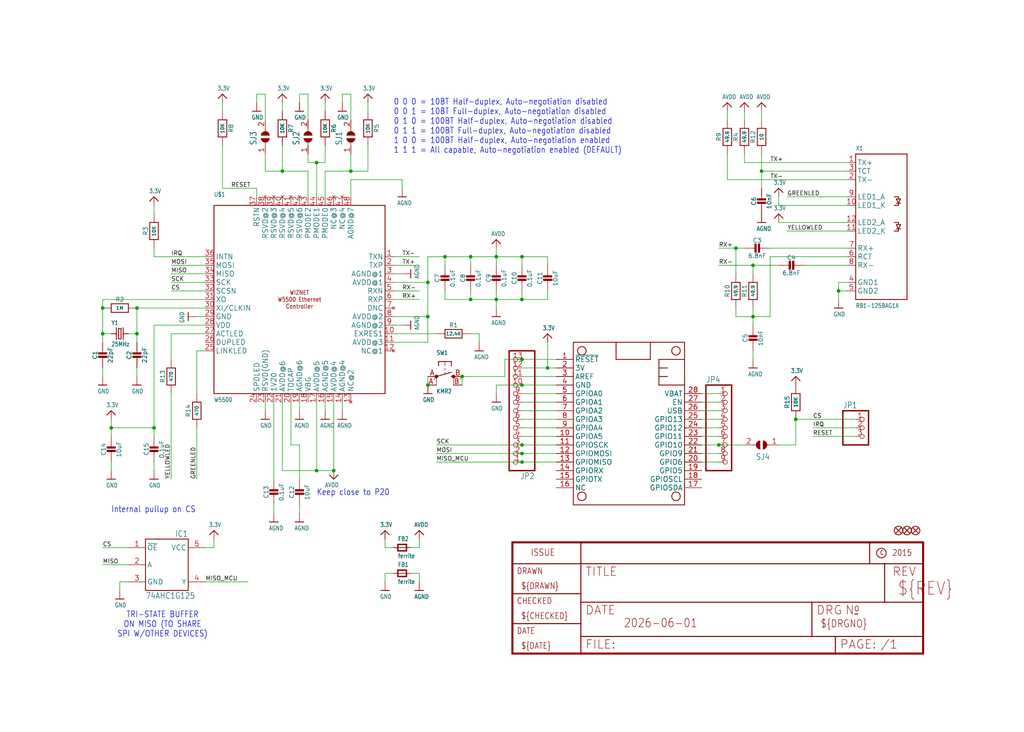
<source format=kicad_sch>
(kicad_sch (version 20250114) (generator "eeschema") (generator_version "9.0")
  (paper "User" 303.962 217.322)
  (text "Internal pullup on CS" (at 33.02 152.4 0) (effects (font (size 1.778 1.5113)) (justify left bottom)))
  (text "Keep close to P20" (at 93.98 147.32 0) (effects (font (size 1.778 1.5113)) (justify left bottom)))
  (text "TRI-STATE BUFFER\nON MISO (TO SHARE\nSPI W/OTHER DEVICES)" (at 48.26 185.42 0) (effects (font (size 1.778 1.5113))))
  (text "0 0 0 = 10BT Half-duplex, Auto-negotiation disabled\n0 0 1 = 10BT Full-duplex, Auto-negotiation disabled\n0 1 0 = 100BT Half-duplex, Auto-negotiation disabled\n0 1 1 = 100BT Full-duplex, Auto-negotiation disabled\n1 0 0 = 100BT Half-duplex, Auto-negotiation enabled\n1 1 1 = All capable, Auto-negotiation enabled (DEFAULT)" (at 116.84 45.72 0) (effects (font (size 1.778 1.5113)) (justify left bottom)))
  (junction (at 154.94 137.16))
  (junction (at 40.64 91.44))
  (junction (at 236.22 124.46))
  (junction (at 154.94 134.62))
  (junction (at 93.98 139.7))
  (junction (at 40.64 99.06))
  (junction (at 154.94 106.68))
  (junction (at 154.94 88.9))
  (junction (at 99.06 139.7))
  (junction (at 162.56 109.22))
  (junction (at 45.72 127))
  (junction (at 93.98 48.26))
  (junction (at 154.94 76.2))
  (junction (at 127 83.82))
  (junction (at 223.52 93.98))
  (junction (at 30.48 91.44))
  (junction (at 218.44 73.66))
  (junction (at 127 93.98))
  (junction (at 223.52 78.74))
  (junction (at 33.02 127))
  (junction (at 248.92 86.36))
  (junction (at 226.06 50.8))
  (junction (at 104.14 50.8))
  (junction (at 127 114.3))
  (junction (at 139.7 76.2))
  (junction (at 83.82 50.8))
  (junction (at 154.94 132.08))
  (junction (at 137.16 111.76))
  (junction (at 213.36 132.08))
  (junction (at 147.32 76.2))
  (junction (at 30.48 99.06))
  (junction (at 154.94 114.3))
  (junction (at 132.08 76.2))
  (junction (at 147.32 88.9))
  (junction (at 139.7 88.9))
  (wire (pts (xy 127 76.2) (xy 132.08 76.2)) (stroke (width 0.1524)))
  (wire (pts (xy 154.94 114.3) (xy 147.32 114.3)) (stroke (width 0.1524)))
  (wire (pts (xy 218.44 73.66) (xy 220.98 73.66)) (stroke (width 0.1524)))
  (wire (pts (xy 91.44 50.8) (xy 83.82 50.8)) (stroke (width 0.1524)))
  (wire (pts (xy 248.92 83.82) (xy 248.92 86.36)) (stroke (width 0.1524)))
  (wire (pts (xy 60.96 86.36) (xy 50.8 86.36)) (stroke (width 0.1524)))
  (wire (pts (xy 116.84 83.82) (xy 127 83.82)) (stroke (width 0.1524)))
  (wire (pts (xy 45.72 76.2) (xy 45.72 73.66)) (stroke (width 0.1524)))
  (wire (pts (xy 60.96 81.28) (xy 50.8 81.28)) (stroke (width 0.1524)))
  (wire (pts (xy 116.84 162.56) (xy 114.3 162.56)) (stroke (width 0.1524)))
  (wire (pts (xy 96.52 48.26) (xy 96.52 43.18)) (stroke (width 0.1524)))
  (wire (pts (xy 228.6 76.2) (xy 228.6 93.98)) (stroke (width 0.1524)))
  (wire (pts (xy 248.92 86.36) (xy 248.92 88.9)) (stroke (width 0.1524)))
  (wire (pts (xy 147.32 78.74) (xy 147.32 76.2)) (stroke (width 0.1524)))
  (wire (pts (xy 165.1 119.38) (xy 154.94 119.38)) (stroke (width 0.1524)))
  (wire (pts (xy 91.44 27.94) (xy 88.9 27.94)) (stroke (width 0.1524)))
  (wire (pts (xy 66.04 33.02) (xy 66.04 30.48)) (stroke (width 0.1524)))
  (wire (pts (xy 45.72 76.2) (xy 60.96 76.2)) (stroke (width 0.1524)))
  (wire (pts (xy 228.6 73.66) (xy 251.46 73.66)) (stroke (width 0.1524)))
  (wire (pts (xy 251.46 68.58) (xy 233.68 68.58)) (stroke (width 0.1524)))
  (wire (pts (xy 132.08 78.74) (xy 132.08 76.2)) (stroke (width 0.1524)))
  (wire (pts (xy 213.36 134.62) (xy 208.28 134.62)) (stroke (width 0.1524)))
  (wire (pts (xy 33.02 124.46) (xy 33.02 127)) (stroke (width 0.1524)))
  (wire (pts (xy 45.72 129.54) (xy 45.72 127)) (stroke (width 0.1524)))
  (wire (pts (xy 93.98 48.26) (xy 96.52 48.26)) (stroke (width 0.1524)))
  (wire (pts (xy 218.44 93.98) (xy 223.52 93.98)) (stroke (width 0.1524)))
  (wire (pts (xy 78.74 35.56) (xy 78.74 27.94)) (stroke (width 0.1524)))
  (wire (pts (xy 251.46 50.8) (xy 226.06 50.8)) (stroke (width 0.1524)))
  (wire (pts (xy 60.96 172.72) (xy 73.66 172.72)) (stroke (width 0.1524)))
  (wire (pts (xy 220.98 35.56) (xy 220.98 33.02)) (stroke (width 0.1524)))
  (wire (pts (xy 220.98 48.26) (xy 251.46 48.26)) (stroke (width 0.1524)))
  (wire (pts (xy 162.56 109.22) (xy 154.94 109.22)) (stroke (width 0.1524)))
  (wire (pts (xy 63.5 162.56) (xy 63.5 160.02)) (stroke (width 0.1524)))
  (wire (pts (xy 33.02 127) (xy 33.02 129.54)) (stroke (width 0.1524)))
  (wire (pts (xy 38.1 172.72) (xy 35.56 172.72)) (stroke (width 0.1524)))
  (wire (pts (xy 116.84 86.36) (xy 124.46 86.36)) (stroke (width 0.1524)))
  (wire (pts (xy 162.56 101.6) (xy 162.56 109.22)) (stroke (width 0.1524)))
  (wire (pts (xy 86.36 132.08) (xy 88.9 132.08)) (stroke (width 0.1524)))
  (wire (pts (xy 60.96 78.74) (xy 50.8 78.74)) (stroke (width 0.1524)))
  (wire (pts (xy 223.52 81.28) (xy 223.52 78.74)) (stroke (width 0.1524)))
  (wire (pts (xy 154.94 76.2) (xy 162.56 76.2)) (stroke (width 0.1524)))
  (wire (pts (xy 154.94 134.62) (xy 129.54 134.62)) (stroke (width 0.1524)))
  (wire (pts (xy 116.84 76.2) (xy 124.46 76.2)) (stroke (width 0.1524)))
  (wire (pts (xy 99.06 119.38) (xy 99.06 139.7)) (stroke (width 0.1524)))
  (wire (pts (xy 254 129.54) (xy 241.3 129.54)) (stroke (width 0.1524)))
  (wire (pts (xy 104.14 27.94) (xy 101.6 27.94)) (stroke (width 0.1524)))
  (wire (pts (xy 231.14 66.04) (xy 251.46 66.04)) (stroke (width 0.1524)))
  (wire (pts (xy 83.82 119.38) (xy 83.82 139.7)) (stroke (width 0.1524)))
  (wire (pts (xy 147.32 86.36) (xy 147.32 88.9)) (stroke (width 0.1524)))
  (wire (pts (xy 218.44 91.44) (xy 218.44 93.98)) (stroke (width 0.1524)))
  (wire (pts (xy 220.98 132.08) (xy 213.36 132.08)) (stroke (width 0.1524)))
  (wire (pts (xy 132.08 86.36) (xy 132.08 88.9)) (stroke (width 0.1524)))
  (wire (pts (xy 30.48 109.22) (xy 30.48 111.76)) (stroke (width 0.1524)))
  (wire (pts (xy 104.14 58.42) (xy 104.14 53.34)) (stroke (width 0.1524)))
  (wire (pts (xy 251.46 60.96) (xy 231.14 60.96)) (stroke (width 0.1524)))
  (wire (pts (xy 124.46 170.18) (xy 124.46 172.72)) (stroke (width 0.1524)))
  (wire (pts (xy 114.3 172.72) (xy 114.3 170.18)) (stroke (width 0.1524)))
  (wire (pts (xy 91.44 58.42) (xy 91.44 50.8)) (stroke (width 0.1524)))
  (wire (pts (xy 147.32 114.3) (xy 147.32 116.84)) (stroke (width 0.1524)))
  (wire (pts (xy 223.52 78.74) (xy 231.14 78.74)) (stroke (width 0.1524)))
  (wire (pts (xy 45.72 127) (xy 33.02 127)) (stroke (width 0.1524)))
  (wire (pts (xy 236.22 132.08) (xy 236.22 124.46)) (stroke (width 0.1524)))
  (wire (pts (xy 213.36 119.38) (xy 208.28 119.38)) (stroke (width 0.1524)))
  (wire (pts (xy 121.92 170.18) (xy 124.46 170.18)) (stroke (width 0.1524)))
  (wire (pts (xy 213.36 124.46) (xy 208.28 124.46)) (stroke (width 0.1524)))
  (wire (pts (xy 96.52 121.92) (xy 96.52 119.38)) (stroke (width 0.1524)))
  (wire (pts (xy 60.96 99.06) (xy 50.8 99.06)) (stroke (width 0.1524)))
  (wire (pts (xy 45.72 137.16) (xy 45.72 139.7)) (stroke (width 0.1524)))
  (wire (pts (xy 60.96 91.44) (xy 40.64 91.44)) (stroke (width 0.1524)))
  (wire (pts (xy 213.36 78.74) (xy 223.52 78.74)) (stroke (width 0.1524)))
  (wire (pts (xy 154.94 78.74) (xy 154.94 76.2)) (stroke (width 0.1524)))
  (wire (pts (xy 139.7 78.74) (xy 139.7 76.2)) (stroke (width 0.1524)))
  (wire (pts (xy 96.52 30.48) (xy 96.52 33.02)) (stroke (width 0.1524)))
  (wire (pts (xy 50.8 116.84) (xy 50.8 142.24)) (stroke (width 0.1524)))
  (wire (pts (xy 226.06 35.56) (xy 226.06 33.02)) (stroke (width 0.1524)))
  (wire (pts (xy 213.36 127) (xy 208.28 127)) (stroke (width 0.1524)))
  (wire (pts (xy 213.36 129.54) (xy 208.28 129.54)) (stroke (width 0.1524)))
  (wire (pts (xy 147.32 76.2) (xy 147.32 73.66)) (stroke (width 0.1524)))
  (wire (pts (xy 40.64 109.22) (xy 40.64 111.76)) (stroke (width 0.1524)))
  (wire (pts (xy 139.7 86.36) (xy 139.7 88.9)) (stroke (width 0.1524)))
  (wire (pts (xy 38.1 99.06) (xy 40.64 99.06)) (stroke (width 0.1524)))
  (wire (pts (xy 88.9 149.86) (xy 88.9 152.4)) (stroke (width 0.1524)))
  (wire (pts (xy 101.6 121.92) (xy 101.6 119.38)) (stroke (width 0.1524)))
  (wire (pts (xy 223.52 93.98) (xy 223.52 96.52)) (stroke (width 0.1524)))
  (wire (pts (xy 88.9 27.94) (xy 88.9 30.48)) (stroke (width 0.1524)))
  (wire (pts (xy 165.1 137.16) (xy 154.94 137.16)) (stroke (width 0.1524)))
  (wire (pts (xy 147.32 88.9) (xy 147.32 91.44)) (stroke (width 0.1524)))
  (wire (pts (xy 121.92 162.56) (xy 124.46 162.56)) (stroke (width 0.1524)))
  (wire (pts (xy 165.1 132.08) (xy 154.94 132.08)) (stroke (width 0.1524)))
  (wire (pts (xy 33.02 137.16) (xy 33.02 139.7)) (stroke (width 0.1524)))
  (wire (pts (xy 226.06 50.8) (xy 226.06 45.72)) (stroke (width 0.1524)))
  (wire (pts (xy 218.44 81.28) (xy 218.44 73.66)) (stroke (width 0.1524)))
  (wire (pts (xy 30.48 167.64) (xy 38.1 167.64)) (stroke (width 0.1524)))
  (wire (pts (xy 129.54 137.16) (xy 154.94 137.16)) (stroke (width 0.1524)))
  (wire (pts (xy 213.36 73.66) (xy 218.44 73.66)) (stroke (width 0.1524)))
  (wire (pts (xy 33.02 99.06) (xy 30.48 99.06)) (stroke (width 0.1524)))
  (wire (pts (xy 114.3 170.18) (xy 116.84 170.18)) (stroke (width 0.1524)))
  (wire (pts (xy 127 101.6) (xy 127 93.98)) (stroke (width 0.1524)))
  (wire (pts (xy 220.98 48.26) (xy 220.98 45.72)) (stroke (width 0.1524)))
  (wire (pts (xy 165.1 129.54) (xy 154.94 129.54)) (stroke (width 0.1524)))
  (wire (pts (xy 238.76 78.74) (xy 251.46 78.74)) (stroke (width 0.1524)))
  (wire (pts (xy 223.52 91.44) (xy 223.52 93.98)) (stroke (width 0.1524)))
  (wire (pts (xy 60.96 96.52) (xy 45.72 96.52)) (stroke (width 0.1524)))
  (wire (pts (xy 83.82 139.7) (xy 93.98 139.7)) (stroke (width 0.1524)))
  (wire (pts (xy 215.9 35.56) (xy 215.9 33.02)) (stroke (width 0.1524)))
  (wire (pts (xy 165.1 111.76) (xy 154.94 111.76)) (stroke (width 0.1524)))
  (wire (pts (xy 223.52 104.14) (xy 223.52 106.68)) (stroke (width 0.1524)))
  (wire (pts (xy 124.46 162.56) (xy 124.46 160.02)) (stroke (width 0.1524)))
  (wire (pts (xy 137.16 111.76) (xy 137.16 114.3)) (stroke (width 0.1524)))
  (wire (pts (xy 213.36 121.92) (xy 208.28 121.92)) (stroke (width 0.1524)))
  (wire (pts (xy 58.42 93.98) (xy 60.96 93.98)) (stroke (width 0.1524)))
  (wire (pts (xy 109.22 30.48) (xy 109.22 33.02)) (stroke (width 0.1524)))
  (wire (pts (xy 93.98 119.38) (xy 93.98 139.7)) (stroke (width 0.1524)))
  (wire (pts (xy 165.1 134.62) (xy 154.94 134.62)) (stroke (width 0.1524)))
  (wire (pts (xy 149.86 111.76) (xy 149.86 106.68)) (stroke (width 0.1524)))
  (wire (pts (xy 40.64 99.06) (xy 40.64 101.6)) (stroke (width 0.1524)))
  (wire (pts (xy 104.14 45.72) (xy 104.14 50.8)) (stroke (width 0.1524)))
  (wire (pts (xy 254 124.46) (xy 236.22 124.46)) (stroke (width 0.1524)))
  (wire (pts (xy 78.74 50.8) (xy 78.74 45.72)) (stroke (width 0.1524)))
  (wire (pts (xy 83.82 30.48) (xy 83.82 33.02)) (stroke (width 0.1524)))
  (wire (pts (xy 132.08 76.2) (xy 139.7 76.2)) (stroke (width 0.1524)))
  (wire (pts (xy 45.72 96.52) (xy 45.72 127)) (stroke (width 0.1524)))
  (wire (pts (xy 30.48 162.56) (xy 38.1 162.56)) (stroke (width 0.1524)))
  (wire (pts (xy 58.42 104.14) (xy 58.42 116.84)) (stroke (width 0.1524)))
  (wire (pts (xy 119.38 53.34) (xy 119.38 55.88)) (stroke (width 0.1524)))
  (wire (pts (xy 165.1 116.84) (xy 154.94 116.84)) (stroke (width 0.1524)))
  (wire (pts (xy 119.38 81.28) (xy 116.84 81.28)) (stroke (width 0.1524)))
  (wire (pts (xy 88.9 132.08) (xy 88.9 142.24)) (stroke (width 0.1524)))
  (wire (pts (xy 30.48 88.9) (xy 30.48 91.44)) (stroke (width 0.1524)))
  (wire (pts (xy 60.96 162.56) (xy 63.5 162.56)) (stroke (width 0.1524)))
  (wire (pts (xy 213.36 132.08) (xy 208.28 132.08)) (stroke (width 0.1524)))
  (wire (pts (xy 165.1 127) (xy 154.94 127)) (stroke (width 0.1524)))
  (wire (pts (xy 93.98 139.7) (xy 99.06 139.7)) (stroke (width 0.1524)))
  (wire (pts (xy 66.04 55.88) (xy 66.04 43.18)) (stroke (width 0.1524)))
  (wire (pts (xy 83.82 50.8) (xy 83.82 43.18)) (stroke (width 0.1524)))
  (wire (pts (xy 104.14 53.34) (xy 119.38 53.34)) (stroke (width 0.1524)))
  (wire (pts (xy 35.56 172.72) (xy 35.56 175.26)) (stroke (width 0.1524)))
  (wire (pts (xy 81.28 119.38) (xy 81.28 142.24)) (stroke (width 0.1524)))
  (wire (pts (xy 139.7 99.06) (xy 142.24 99.06)) (stroke (width 0.1524)))
  (wire (pts (xy 86.36 119.38) (xy 86.36 132.08)) (stroke (width 0.1524)))
  (wire (pts (xy 215.9 53.34) (xy 215.9 45.72)) (stroke (width 0.1524)))
  (wire (pts (xy 231.14 132.08) (xy 236.22 132.08)) (stroke (width 0.1524)))
  (wire (pts (xy 162.56 76.2) (xy 162.56 78.74)) (stroke (width 0.1524)))
  (wire (pts (xy 116.84 101.6) (xy 127 101.6)) (stroke (width 0.1524)))
  (wire (pts (xy 251.46 83.82) (xy 248.92 83.82)) (stroke (width 0.1524)))
  (wire (pts (xy 50.8 99.06) (xy 50.8 106.68)) (stroke (width 0.1524)))
  (wire (pts (xy 132.08 88.9) (xy 139.7 88.9)) (stroke (width 0.1524)))
  (wire (pts (xy 91.44 48.26) (xy 91.44 45.72)) (stroke (width 0.1524)))
  (wire (pts (xy 139.7 88.9) (xy 147.32 88.9)) (stroke (width 0.1524)))
  (wire (pts (xy 154.94 88.9) (xy 162.56 88.9)) (stroke (width 0.1524)))
  (wire (pts (xy 93.98 58.42) (xy 93.98 48.26)) (stroke (width 0.1524)))
  (wire (pts (xy 101.6 27.94) (xy 101.6 30.48)) (stroke (width 0.1524)))
  (wire (pts (xy 142.24 99.06) (xy 142.24 101.6)) (stroke (width 0.1524)))
  (wire (pts (xy 127 111.76) (xy 127 114.3)) (stroke (width 0.1524)))
  (wire (pts (xy 154.94 86.36) (xy 154.94 88.9)) (stroke (width 0.1524)))
  (wire (pts (xy 60.96 83.82) (xy 50.8 83.82)) (stroke (width 0.1524)))
  (wire (pts (xy 137.16 111.76) (xy 149.86 111.76)) (stroke (width 0.1524)))
  (wire (pts (xy 76.2 58.42) (xy 76.2 55.88)) (stroke (width 0.1524)))
  (wire (pts (xy 226.06 55.88) (xy 226.06 50.8)) (stroke (width 0.1524)))
  (wire (pts (xy 91.44 35.56) (xy 91.44 27.94)) (stroke (width 0.1524)))
  (wire (pts (xy 147.32 76.2) (xy 154.94 76.2)) (stroke (width 0.1524)))
  (wire (pts (xy 165.1 114.3) (xy 154.94 114.3)) (stroke (width 0.1524)))
  (wire (pts (xy 83.82 50.8) (xy 78.74 50.8)) (stroke (width 0.1524)))
  (wire (pts (xy 116.84 99.06) (xy 129.54 99.06)) (stroke (width 0.1524)))
  (wire (pts (xy 165.1 106.68) (xy 154.94 106.68)) (stroke (width 0.1524)))
  (wire (pts (xy 147.32 88.9) (xy 154.94 88.9)) (stroke (width 0.1524)))
  (wire (pts (xy 60.96 88.9) (xy 30.48 88.9)) (stroke (width 0.1524)))
  (wire (pts (xy 251.46 76.2) (xy 228.6 76.2)) (stroke (width 0.1524)))
  (wire (pts (xy 93.98 48.26) (xy 91.44 48.26)) (stroke (width 0.1524)))
  (wire (pts (xy 139.7 76.2) (xy 147.32 76.2)) (stroke (width 0.1524)))
  (wire (pts (xy 40.64 99.06) (xy 40.64 91.44)) (stroke (width 0.1524)))
  (wire (pts (xy 154.94 132.08) (xy 129.54 132.08)) (stroke (width 0.1524)))
  (wire (pts (xy 96.52 58.42) (xy 96.52 50.8)) (stroke (width 0.1524)))
  (wire (pts (xy 127 93.98) (xy 127 83.82)) (stroke (width 0.1524)))
  (wire (pts (xy 251.46 86.36) (xy 248.92 86.36)) (stroke (width 0.1524)))
  (wire (pts (xy 149.86 106.68) (xy 154.94 106.68)) (stroke (width 0.1524)))
  (wire (pts (xy 165.1 109.22) (xy 162.56 109.22)) (stroke (width 0.1524)))
  (wire (pts (xy 78.74 27.94) (xy 76.2 27.94)) (stroke (width 0.1524)))
  (wire (pts (xy 228.6 93.98) (xy 223.52 93.98)) (stroke (width 0.1524)))
  (wire (pts (xy 127 83.82) (xy 127 76.2)) (stroke (width 0.1524)))
  (wire (pts (xy 165.1 124.46) (xy 154.94 124.46)) (stroke (width 0.1524)))
  (wire (pts (xy 215.9 53.34) (xy 251.46 53.34)) (stroke (width 0.1524)))
  (wire (pts (xy 162.56 88.9) (xy 162.56 86.36)) (stroke (width 0.1524)))
  (wire (pts (xy 165.1 121.92) (xy 154.94 121.92)) (stroke (width 0.1524)))
  (wire (pts (xy 81.28 149.86) (xy 81.28 152.4)) (stroke (width 0.1524)))
  (wire (pts (xy 78.74 121.92) (xy 78.74 119.38)) (stroke (width 0.1524)))
  (wire (pts (xy 76.2 27.94) (xy 76.2 30.48)) (stroke (width 0.1524)))
  (wire (pts (xy 116.84 78.74) (xy 124.46 78.74)) (stroke (width 0.1524)))
  (wire (pts (xy 114.3 162.56) (xy 114.3 160.02)) (stroke (width 0.1524)))
  (wire (pts (xy 30.48 99.06) (xy 30.48 91.44)) (stroke (width 0.1524)))
  (wire (pts (xy 254 127) (xy 241.3 127)) (stroke (width 0.1524)))
  (wire (pts (xy 104.14 50.8) (xy 109.22 50.8)) (stroke (width 0.1524)))
  (wire (pts (xy 30.48 99.06) (xy 30.48 101.6)) (stroke (width 0.1524)))
  (wire (pts (xy 116.84 93.98) (xy 127 93.98)) (stroke (width 0.1524)))
  (wire (pts (xy 213.36 116.84) (xy 208.28 116.84)) (stroke (width 0.1524)))
  (wire (pts (xy 104.14 35.56) (xy 104.14 27.94)) (stroke (width 0.1524)))
  (wire (pts (xy 88.9 121.92) (xy 88.9 119.38)) (stroke (width 0.1524)))
  (wire (pts (xy 109.22 50.8) (xy 109.22 43.18)) (stroke (width 0.1524)))
  (wire (pts (xy 76.2 55.88) (xy 66.04 55.88)) (stroke (width 0.1524)))
  (wire (pts (xy 231.14 60.96) (xy 231.14 58.42)) (stroke (width 0.1524)))
  (wire (pts (xy 116.84 88.9) (xy 124.46 88.9)) (stroke (width 0.1524)))
  (wire (pts (xy 119.38 96.52) (xy 116.84 96.52)) (stroke (width 0.1524)))
  (wire (pts (xy 45.72 63.5) (xy 45.72 60.96)) (stroke (width 0.1524)))
  (wire (pts (xy 58.42 127) (xy 58.42 142.24)) (stroke (width 0.1524)))
  (wire (pts (xy 213.36 137.16) (xy 208.28 137.16)) (stroke (width 0.1524)))
  (wire (pts (xy 96.52 50.8) (xy 104.14 50.8)) (stroke (width 0.1524)))
  (wire (pts (xy 60.96 104.14) (xy 58.42 104.14)) (stroke (width 0.1524)))
  (wire (pts (xy 251.46 58.42) (xy 233.68 58.42)) (stroke (width 0.1524)))
  (label "SCK" (at 50.8 83.82 0) (effects (font (size 1.2446 1.2446))))
  (label "RX-" (at 213.36 78.74 0) (effects (font (size 1.2446 1.2446))))
  (label "TX-" (at 119.38 76.2 0) (effects (font (size 1.2446 1.2446))))
  (label "GREENLED" (at 58.42 142.24 90) (effects (font (size 1.2446 1.2446))))
  (label "RESET" (at 68.58 55.88 0) (effects (font (size 1.2446 1.2446))))
  (label "TX-" (at 228.6 53.34 0) (effects (font (size 1.2446 1.2446))))
  (label "IRQ" (at 241.3 127 0) (effects (font (size 1.2446 1.2446))))
  (label "MISO_MCU" (at 129.54 137.16 0) (effects (font (size 1.2446 1.2446))))
  (label "MISO_MCU" (at 60.96 172.72 0) (effects (font (size 1.2446 1.2446))))
  (label "CS" (at 50.8 86.36 0) (effects (font (size 1.2446 1.2446))))
  (label "MOSI" (at 129.54 134.62 0) (effects (font (size 1.2446 1.2446))))
  (label "RX+" (at 213.36 73.66 0) (effects (font (size 1.2446 1.2446))))
  (label "GREENLED" (at 233.68 58.42 0) (effects (font (size 1.2446 1.2446))))
  (label "YELLOWLED" (at 233.68 68.58 0) (effects (font (size 1.2446 1.2446))))
  (label "MOSI" (at 50.8 78.74 0) (effects (font (size 1.2446 1.2446))))
  (label "SCK" (at 129.54 132.08 0) (effects (font (size 1.2446 1.2446))))
  (label "CS" (at 30.48 162.56 0) (effects (font (size 1.2446 1.2446))))
  (label "RX+" (at 119.38 88.9 0) (effects (font (size 1.2446 1.2446))))
  (label "RX-" (at 119.38 86.36 0) (effects (font (size 1.2446 1.2446))))
  (label "YELLOWLED" (at 50.8 142.24 90) (effects (font (size 1.2446 1.2446))))
  (label "TX+" (at 228.6 48.26 0) (effects (font (size 1.2446 1.2446))))
  (label "CS" (at 241.3 124.46 0) (effects (font (size 1.2446 1.2446))))
  (label "TX+" (at 119.38 78.74 0) (effects (font (size 1.2446 1.2446))))
  (label "MISO" (at 50.8 81.28 0) (effects (font (size 1.2446 1.2446))))
  (label "RESET" (at 241.3 129.54 0) (effects (font (size 1.2446 1.2446))))
  (label "MISO" (at 30.48 167.64 0) (effects (font (size 1.2446 1.2446))))
  (label "IRQ" (at 50.8 76.2 0) (effects (font (size 1.2446 1.2446))))
  (symbol (lib_id "Adafruit Ethernet FeatherWing-eagle-import:FEATHERWING_NODIM") (at 170.18 101.6 270) (unit 1)
    (property "Reference" "MS1" (effects (hide yes)))
    (property "Value" "FEATHERWING_NODIM" (effects (hide yes)))
    (property "Footprint" "Adafruit Ethernet FeatherWing:FEATHERWING_NODIM" (effects (hide yes)))
  )
  (symbol (lib_id "Adafruit Ethernet FeatherWing-eagle-import:GND") (at 55.88 93.98 270) (unit 1)
    (property "Reference" "#U$31" (effects (hide yes)))
    (property "Value" "GND" (at 53.34 92.456 0) (effects (font (size 1.27 1.0795)) (justify left bottom)))
  )
  (symbol (lib_id "Adafruit Ethernet FeatherWing-eagle-import:FIDUCIAL{dblquote}{dblquote}") (at 271.78 157.48 0) (unit 1)
    (property "Reference" "FID1" (effects (hide yes)))
    (property "Value" "FIDUCIAL{dblquote}{dblquote}" (effects (hide yes)))
    (property "Footprint" "Adafruit Ethernet FeatherWing:FIDUCIAL_1MM" (effects (hide yes)))
  )
  (symbol (lib_id "Adafruit Ethernet FeatherWing-eagle-import:CAP_CERAMIC0603_NO") (at 81.28 147.32 0) (unit 1)
    (property "Reference" "C13" (at 78.99 146.07 90))
    (property "Value" "0.1uF" (at 83.58 146.07 90))
    (property "Footprint" "Adafruit Ethernet FeatherWing:0603-NO" (effects (hide yes)))
  )
  (symbol (lib_id "Adafruit Ethernet FeatherWing-eagle-import:3.3V") (at 231.14 55.88 0) (unit 1)
    (property "Reference" "#U$43" (effects (hide yes)))
    (property "Value" "3.3V" (at 229.616 54.864 0) (effects (font (size 1.27 1.0795)) (justify left bottom)))
  )
  (symbol (lib_id "Adafruit Ethernet FeatherWing-eagle-import:RESISTOR_0603_NOOUT") (at 35.56 91.44 0) (unit 1)
    (property "Reference" "R2" (at 35.56 88.9 0))
    (property "Value" "1M" (at 35.56 91.44 0) (effects (font (size 1.016 1.016) (thickness 0.2032) (bold yes))))
    (property "Footprint" "Adafruit Ethernet FeatherWing:0603-NO" (effects (hide yes)))
  )
  (symbol (lib_id "Adafruit Ethernet FeatherWing-eagle-import:FERRITE-0805NO") (at 119.38 162.56 0) (unit 1)
    (property "Reference" "FB2" (at 118.11 160.655 0) (effects (font (size 1.27 1.0795)) (justify left bottom)))
    (property "Value" "ferrite" (at 118.11 165.735 0) (effects (font (size 1.27 1.0795)) (justify left bottom)))
    (property "Footprint" "Adafruit Ethernet FeatherWing:0805-NO" (effects (hide yes)))
  )
  (symbol (lib_id "Adafruit Ethernet FeatherWing-eagle-import:GND") (at 147.32 119.38 0) (unit 1)
    (property "Reference" "#U$40" (effects (hide yes)))
    (property "Value" "GND" (at 145.796 121.92 0) (effects (font (size 1.27 1.0795)) (justify left bottom)))
  )
  (symbol (lib_id "Adafruit Ethernet FeatherWing-eagle-import:RESISTOR_0603_NOOUT") (at 83.82 38.1 270) (unit 1)
    (property "Reference" "R7" (at 86.36 38.1 0))
    (property "Value" "10K" (at 83.82 38.1 0) (effects (font (size 1.016 1.016) (thickness 0.2032) (bold yes))))
    (property "Footprint" "Adafruit Ethernet FeatherWing:0603-NO" (effects (hide yes)))
  )
  (symbol (lib_id "Adafruit Ethernet FeatherWing-eagle-import:GND") (at 33.02 142.24 0) (unit 1)
    (property "Reference" "#U$33" (effects (hide yes)))
    (property "Value" "GND" (at 31.496 144.78 0) (effects (font (size 1.27 1.0795)) (justify left bottom)))
  )
  (symbol (lib_id "Adafruit Ethernet FeatherWing-eagle-import:CAP_CERAMIC0603_NO") (at 40.64 106.68 0) (unit 1)
    (property "Reference" "C2" (at 38.35 105.43 90))
    (property "Value" "22pF" (at 42.94 105.43 90))
    (property "Footprint" "Adafruit Ethernet FeatherWing:0603-NO" (effects (hide yes)))
  )
  (symbol (lib_id "Adafruit Ethernet FeatherWing-eagle-import:SOLDERJUMPERREFLOW_NOPASTE") (at 78.74 40.64 90) (unit 1)
    (property "Reference" "SJ3" (at 76.2 43.18 0) (effects (font (size 1.778 1.5113)) (justify left bottom)))
    (property "Value" "SOLDERJUMPERREFLOW_NOPASTE" (effects (hide yes)))
    (property "Footprint" "Adafruit Ethernet FeatherWing:SOLDERJUMPER_REFLOW_NOPASTE" (effects (hide yes)))
  )
  (symbol (lib_id "Adafruit Ethernet FeatherWing-eagle-import:CAP_CERAMIC0603_NO") (at 45.72 134.62 0) (unit 1)
    (property "Reference" "C15" (at 43.43 133.37 90))
    (property "Value" "0.1uF" (at 48.02 133.37 90))
    (property "Footprint" "Adafruit Ethernet FeatherWing:0603-NO" (effects (hide yes)))
  )
  (symbol (lib_id "Adafruit Ethernet FeatherWing-eagle-import:CAP_CERAMIC0603_NO") (at 223.52 101.6 0) (unit 1)
    (property "Reference" "C5" (at 221.23 100.35 90))
    (property "Value" "10nF" (at 225.82 100.35 90))
    (property "Footprint" "Adafruit Ethernet FeatherWing:0603-NO" (effects (hide yes)))
  )
  (symbol (lib_id "Adafruit Ethernet FeatherWing-eagle-import:AVDD") (at 226.06 30.48 0) (unit 1)
    (property "Reference" "#U$23" (effects (hide yes)))
    (property "Value" "AVDD" (at 224.536 29.464 0) (effects (font (size 1.27 1.0795)) (justify left bottom)))
  )
  (symbol (lib_id "Adafruit Ethernet FeatherWing-eagle-import:74AHC1G125") (at 48.26 167.64 0) (unit 1)
    (property "Reference" "IC1" (at 55.88 157.48 0) (effects (font (size 1.778 1.5113)) (justify right top)))
    (property "Value" "74AHC1G125" (at 43.18 177.8 0) (effects (font (size 1.778 1.5113)) (justify left bottom)))
    (property "Footprint" "Adafruit Ethernet FeatherWing:SOT23-5L" (effects (hide yes)))
  )
  (symbol (lib_id "Adafruit Ethernet FeatherWing-eagle-import:CAP_CERAMIC0603_NO") (at 223.52 73.66 270) (unit 1)
    (property "Reference" "C3" (at 224.77 71.37 90))
    (property "Value" "6.8nF" (at 224.77 75.96 90))
    (property "Footprint" "Adafruit Ethernet FeatherWing:0603-NO" (effects (hide yes)))
  )
  (symbol (lib_id "Adafruit Ethernet FeatherWing-eagle-import:AGND") (at 226.06 66.04 0) (unit 1)
    (property "Reference" "#U$22" (effects (hide yes)))
    (property "Value" "AGND" (at 224.536 68.58 0) (effects (font (size 1.27 1.0795)) (justify left bottom)))
  )
  (symbol (lib_id "Adafruit Ethernet FeatherWing-eagle-import:3.3V") (at 63.5 157.48 0) (unit 1)
    (property "Reference" "#U$36" (effects (hide yes)))
    (property "Value" "3.3V" (at 61.976 156.464 0) (effects (font (size 1.27 1.0795)) (justify left bottom)))
  )
  (symbol (lib_id "Adafruit Ethernet FeatherWing-eagle-import:RESISTOR_0603_NOOUT") (at 236.22 119.38 90) (unit 1)
    (property "Reference" "R15" (at 233.68 119.38 0))
    (property "Value" "10K" (at 236.22 119.38 0) (effects (font (size 1.016 1.016) (thickness 0.2032) (bold yes))))
    (property "Footprint" "Adafruit Ethernet FeatherWing:0603-NO" (effects (hide yes)))
  )
  (symbol (lib_id "Adafruit Ethernet FeatherWing-eagle-import:FIDUCIAL{dblquote}{dblquote}") (at 266.7 157.48 0) (unit 1)
    (property "Reference" "FID3" (effects (hide yes)))
    (property "Value" "FIDUCIAL{dblquote}{dblquote}" (effects (hide yes)))
    (property "Footprint" "Adafruit Ethernet FeatherWing:FIDUCIAL_1MM" (effects (hide yes)))
  )
  (symbol (lib_id "Adafruit Ethernet FeatherWing-eagle-import:CAP_CERAMIC0603_NO") (at 226.06 60.96 0) (unit 1)
    (property "Reference" "C6" (at 223.77 59.71 90))
    (property "Value" "10nF" (at 228.36 59.71 90))
    (property "Footprint" "Adafruit Ethernet FeatherWing:0603-NO" (effects (hide yes)))
  )
  (symbol (lib_id "Adafruit Ethernet FeatherWing-eagle-import:AGND") (at 121.92 96.52 90) (unit 1)
    (property "Reference" "#U$25" (effects (hide yes)))
    (property "Value" "AGND" (at 124.46 98.044 0) (effects (font (size 1.27 1.0795)) (justify left bottom)))
  )
  (symbol (lib_id "Adafruit Ethernet FeatherWing-eagle-import:CAP_CERAMIC0603_NO") (at 132.08 83.82 0) (unit 1)
    (property "Reference" "C7" (at 129.79 82.57 90))
    (property "Value" "0.1uF" (at 134.38 82.57 90))
    (property "Footprint" "Adafruit Ethernet FeatherWing:0603-NO" (effects (hide yes)))
  )
  (symbol (lib_id "Adafruit Ethernet FeatherWing-eagle-import:WIZNET_W5500") (at 88.9 91.44 0) (unit 1)
    (property "Reference" "U$1" (at 63.5 58.42 0) (effects (font (size 1.27 1.0795)) (justify left bottom)))
    (property "Value" "W5500" (at 63.5 119.38 0) (effects (font (size 1.27 1.0795)) (justify left bottom)))
    (property "Footprint" "Adafruit Ethernet FeatherWing:LQFP48" (effects (hide yes)))
  )
  (symbol (lib_id "Adafruit Ethernet FeatherWing-eagle-import:3.3V") (at 231.14 63.5 0) (unit 1)
    (property "Reference" "#U$44" (effects (hide yes)))
    (property "Value" "3.3V" (at 229.616 62.484 0) (effects (font (size 1.27 1.0795)) (justify left bottom)))
  )
  (symbol (lib_id "Adafruit Ethernet FeatherWing-eagle-import:AGND") (at 81.28 154.94 0) (unit 1)
    (property "Reference" "#U$30" (effects (hide yes)))
    (property "Value" "AGND" (at 79.756 157.48 0) (effects (font (size 1.27 1.0795)) (justify left bottom)))
  )
  (symbol (lib_id "Adafruit Ethernet FeatherWing-eagle-import:AGND") (at 223.52 109.22 0) (unit 1)
    (property "Reference" "#U$20" (effects (hide yes)))
    (property "Value" "AGND" (at 221.996 111.76 0) (effects (font (size 1.27 1.0795)) (justify left bottom)))
  )
  (symbol (lib_id "Adafruit Ethernet FeatherWing-eagle-import:AGND") (at 119.38 58.42 0) (unit 1)
    (property "Reference" "#U$13" (effects (hide yes)))
    (property "Value" "AGND" (at 117.856 60.96 0) (effects (font (size 1.27 1.0795)) (justify left bottom)))
  )
  (symbol (lib_id "Adafruit Ethernet FeatherWing-eagle-import:3.3V") (at 83.82 27.94 0) (unit 1)
    (property "Reference" "#U$7" (effects (hide yes)))
    (property "Value" "3.3V" (at 82.296 26.924 0) (effects (font (size 1.27 1.0795)) (justify left bottom)))
  )
  (symbol (lib_id "Adafruit Ethernet FeatherWing-eagle-import:RESISTOR_0603_NOOUT") (at 218.44 86.36 90) (unit 1)
    (property "Reference" "R10" (at 215.9 86.36 0))
    (property "Value" "49.9" (at 218.44 86.36 0) (effects (font (size 1.016 1.016) (thickness 0.2032) (bold yes))))
    (property "Footprint" "Adafruit Ethernet FeatherWing:0603-NO" (effects (hide yes)))
  )
  (symbol (lib_id "Adafruit Ethernet FeatherWing-eagle-import:HEADER-1X970MIL") (at 215.9 127 0) (unit 1)
    (property "Reference" "JP4" (at 209.55 113.665 0) (effects (font (size 1.778 1.5113)) (justify left bottom)))
    (property "Value" "HEADER-1X970MIL" (effects (hide yes)))
    (property "Footprint" "Adafruit Ethernet FeatherWing:1X09_ROUND_70" (effects (hide yes)))
  )
  (symbol (lib_id "Adafruit Ethernet FeatherWing-eagle-import:GND") (at 35.56 177.8 0) (unit 1)
    (property "Reference" "#U$35" (effects (hide yes)))
    (property "Value" "GND" (at 34.036 180.34 0) (effects (font (size 1.27 1.0795)) (justify left bottom)))
  )
  (symbol (lib_id "Adafruit Ethernet FeatherWing-eagle-import:CAP_CERAMIC0805-NOOUTLINE") (at 33.02 134.62 0) (unit 1)
    (property "Reference" "C14" (at 30.73 133.37 90))
    (property "Value" "10uF" (at 35.32 133.37 90))
    (property "Footprint" "Adafruit Ethernet FeatherWing:0805-NO" (effects (hide yes)))
  )
  (symbol (lib_id "Adafruit Ethernet FeatherWing-eagle-import:AGND") (at 96.52 124.46 0) (unit 1)
    (property "Reference" "#U$27" (effects (hide yes)))
    (property "Value" "AGND" (at 94.996 127 0) (effects (font (size 1.27 1.0795)) (justify left bottom)))
  )
  (symbol (lib_id "Adafruit Ethernet FeatherWing-eagle-import:AVDD") (at 124.46 157.48 0) (unit 1)
    (property "Reference" "#U$41" (effects (hide yes)))
    (property "Value" "AVDD" (at 122.936 156.464 0) (effects (font (size 1.27 1.0795)) (justify left bottom)))
  )
  (symbol (lib_id "Adafruit Ethernet FeatherWing-eagle-import:3.3V") (at 114.3 157.48 0) (unit 1)
    (property "Reference" "#U$42" (effects (hide yes)))
    (property "Value" "3.3V" (at 112.776 156.464 0) (effects (font (size 1.27 1.0795)) (justify left bottom)))
  )
  (symbol (lib_id "Adafruit Ethernet FeatherWing-eagle-import:AVDD") (at 220.98 30.48 0) (unit 1)
    (property "Reference" "#U$19" (effects (hide yes)))
    (property "Value" "AVDD" (at 219.456 29.464 0) (effects (font (size 1.27 1.0795)) (justify left bottom)))
  )
  (symbol (lib_id "Adafruit Ethernet FeatherWing-eagle-import:AVDD") (at 215.9 30.48 0) (unit 1)
    (property "Reference" "#U$18" (effects (hide yes)))
    (property "Value" "AVDD" (at 214.376 29.464 0) (effects (font (size 1.27 1.0795)) (justify left bottom)))
  )
  (symbol (lib_id "Adafruit Ethernet FeatherWing-eagle-import:SOLDERJUMPERREFLOW_NOPASTE") (at 91.44 40.64 90) (unit 1)
    (property "Reference" "SJ2" (at 88.9 43.18 0) (effects (font (size 1.778 1.5113)) (justify left bottom)))
    (property "Value" "SOLDERJUMPERREFLOW_NOPASTE" (effects (hide yes)))
    (property "Footprint" "Adafruit Ethernet FeatherWing:SOLDERJUMPER_REFLOW_NOPASTE" (effects (hide yes)))
  )
  (symbol (lib_id "Adafruit Ethernet FeatherWing-eagle-import:CAP_CERAMIC0603_NO") (at 233.68 78.74 270) (unit 1)
    (property "Reference" "C4" (at 234.93 76.45 90))
    (property "Value" "6.8nF" (at 234.93 81.04 90))
    (property "Footprint" "Adafruit Ethernet FeatherWing:0603-NO" (effects (hide yes)))
  )
  (symbol (lib_id "Adafruit Ethernet FeatherWing-eagle-import:AGND") (at 124.46 175.26 0) (unit 1)
    (property "Reference" "#U$38" (effects (hide yes)))
    (property "Value" "AGND" (at 122.936 177.8 0) (effects (font (size 1.27 1.0795)) (justify left bottom)))
  )
  (symbol (lib_id "Adafruit Ethernet FeatherWing-eagle-import:RJ45J0026D21BNL") (at 261.62 63.5 0) (unit 1)
    (property "Reference" "X1" (at 254 44.704 0) (effects (font (size 1.27 1.0795)) (justify left bottom)))
    (property "Value" "RB1-125BAG1A" (at 254 91.44 0) (effects (font (size 1.27 1.0795)) (justify left bottom)))
    (property "Footprint" "Adafruit Ethernet FeatherWing:RJ45_PULSEJACK" (effects (hide yes)))
  )
  (symbol (lib_id "Adafruit Ethernet FeatherWing-eagle-import:GND") (at 88.9 33.02 0) (unit 1)
    (property "Reference" "#U$11" (effects (hide yes)))
    (property "Value" "GND" (at 87.376 35.56 0) (effects (font (size 1.27 1.0795)) (justify left bottom)))
  )
  (symbol (lib_id "Adafruit Ethernet FeatherWing-eagle-import:GND") (at 45.72 142.24 0) (unit 1)
    (property "Reference" "#U$34" (effects (hide yes)))
    (property "Value" "GND" (at 44.196 144.78 0) (effects (font (size 1.27 1.0795)) (justify left bottom)))
  )
  (symbol (lib_id "Adafruit Ethernet FeatherWing-eagle-import:RESISTOR_0603_NOOUT") (at 134.62 99.06 0) (unit 1)
    (property "Reference" "R1" (at 134.62 96.52 0))
    (property "Value" "12.4K" (at 134.62 99.06 0) (effects (font (size 1.016 1.016) (thickness 0.2032) (bold yes))))
    (property "Footprint" "Adafruit Ethernet FeatherWing:0603-NO" (effects (hide yes)))
  )
  (symbol (lib_id "Adafruit Ethernet FeatherWing-eagle-import:GND") (at 127 116.84 0) (unit 1)
    (property "Reference" "#U$47" (effects (hide yes)))
    (property "Value" "GND" (at 125.476 119.38 0) (effects (font (size 1.27 1.0795)) (justify left bottom)))
  )
  (symbol (lib_id "Adafruit Ethernet FeatherWing-eagle-import:AGND") (at 88.9 154.94 0) (unit 1)
    (property "Reference" "#U$29" (effects (hide yes)))
    (property "Value" "AGND" (at 87.376 157.48 0) (effects (font (size 1.27 1.0795)) (justify left bottom)))
  )
  (symbol (lib_id "Adafruit Ethernet FeatherWing-eagle-import:3.3V") (at 236.22 111.76 0) (unit 1)
    (property "Reference" "#U$46" (effects (hide yes)))
    (property "Value" "3.3V" (at 234.696 110.744 0) (effects (font (size 1.27 1.0795)) (justify left bottom)))
  )
  (symbol (lib_id "Adafruit Ethernet FeatherWing-eagle-import:RESISTOR_0603_NOOUT") (at 223.52 86.36 90) (unit 1)
    (property "Reference" "R11" (at 220.98 86.36 0))
    (property "Value" "49.9" (at 223.52 86.36 0) (effects (font (size 1.016 1.016) (thickness 0.2032) (bold yes))))
    (property "Footprint" "Adafruit Ethernet FeatherWing:0603-NO" (effects (hide yes)))
  )
  (symbol (lib_id "Adafruit Ethernet FeatherWing-eagle-import:RESISTOR_0603_NOOUT") (at 58.42 121.92 90) (unit 1)
    (property "Reference" "R14" (at 55.88 121.92 0))
    (property "Value" "470" (at 58.42 121.92 0) (effects (font (size 1.016 1.016) (thickness 0.2032) (bold yes))))
    (property "Footprint" "Adafruit Ethernet FeatherWing:0603-NO" (effects (hide yes)))
  )
  (symbol (lib_id "Adafruit Ethernet FeatherWing-eagle-import:CAP_CERAMIC0603_NO") (at 154.94 83.82 0) (unit 1)
    (property "Reference" "C10" (at 152.65 82.57 90))
    (property "Value" "0.1uF" (at 157.24 82.57 90))
    (property "Footprint" "Adafruit Ethernet FeatherWing:0603-NO" (effects (hide yes)))
  )
  (symbol (lib_id "Adafruit Ethernet FeatherWing-eagle-import:3.3V") (at 66.04 27.94 0) (unit 1)
    (property "Reference" "#U$14" (effects (hide yes)))
    (property "Value" "3.3V" (at 64.516 26.924 0) (effects (font (size 1.27 1.0795)) (justify left bottom)))
  )
  (symbol (lib_id "Adafruit Ethernet FeatherWing-eagle-import:3.3V") (at 162.56 99.06 0) (unit 1)
    (property "Reference" "#U$37" (effects (hide yes)))
    (property "Value" "3.3V" (at 161.036 98.044 0) (effects (font (size 1.27 1.0795)) (justify left bottom)))
  )
  (symbol (lib_id "Adafruit Ethernet FeatherWing-eagle-import:SOLDERJUMPERCLOSED") (at 226.06 132.08 180) (unit 1)
    (property "Reference" "SJ4" (at 228.6 134.62 0) (effects (font (size 1.778 1.5113)) (justify left bottom)))
    (property "Value" "SOLDERJUMPERCLOSED" (effects (hide yes)))
    (property "Footprint" "Adafruit Ethernet FeatherWing:SOLDERJUMPER_CLOSEDWIRE" (effects (hide yes)))
  )
  (symbol (lib_id "Adafruit Ethernet FeatherWing-eagle-import:CAP_CERAMIC0603_NO") (at 30.48 106.68 0) (unit 1)
    (property "Reference" "C1" (at 28.19 105.43 90))
    (property "Value" "22pF" (at 32.78 105.43 90))
    (property "Footprint" "Adafruit Ethernet FeatherWing:0603-NO" (effects (hide yes)))
  )
  (symbol (lib_id "Adafruit Ethernet FeatherWing-eagle-import:3.3V") (at 96.52 27.94 0) (unit 1)
    (property "Reference" "#U$8" (effects (hide yes)))
    (property "Value" "3.3V" (at 94.996 26.924 0) (effects (font (size 1.27 1.0795)) (justify left bottom)))
  )
  (symbol (lib_id "Adafruit Ethernet FeatherWing-eagle-import:CAP_CERAMIC0603_NO") (at 139.7 83.82 0) (unit 1)
    (property "Reference" "C8" (at 137.41 82.57 90))
    (property "Value" "0.1uF" (at 142 82.57 90))
    (property "Footprint" "Adafruit Ethernet FeatherWing:0603-NO" (effects (hide yes)))
  )
  (symbol (lib_id "Adafruit Ethernet FeatherWing-eagle-import:RESISTOR_0603_NOOUT") (at 109.22 38.1 270) (unit 1)
    (property "Reference" "R5" (at 111.76 38.1 0))
    (property "Value" "10K" (at 109.22 38.1 0) (effects (font (size 1.016 1.016) (thickness 0.2032) (bold yes))))
    (property "Footprint" "Adafruit Ethernet FeatherWing:0603-NO" (effects (hide yes)))
  )
  (symbol (lib_id "Adafruit Ethernet FeatherWing-eagle-import:GND") (at 101.6 33.02 0) (unit 1)
    (property "Reference" "#U$12" (effects (hide yes)))
    (property "Value" "GND" (at 100.076 35.56 0) (effects (font (size 1.27 1.0795)) (justify left bottom)))
  )
  (symbol (lib_id "Adafruit Ethernet FeatherWing-eagle-import:3.3V") (at 33.02 121.92 0) (unit 1)
    (property "Reference" "#U$32" (effects (hide yes)))
    (property "Value" "3.3V" (at 31.496 120.904 0) (effects (font (size 1.27 1.0795)) (justify left bottom)))
  )
  (symbol (lib_id "Adafruit Ethernet FeatherWing-eagle-import:SOLDERJUMPERREFLOW_NOPASTE") (at 104.14 40.64 90) (unit 1)
    (property "Reference" "SJ1" (at 101.6 43.18 0) (effects (font (size 1.778 1.5113)) (justify left bottom)))
    (property "Value" "SOLDERJUMPERREFLOW_NOPASTE" (effects (hide yes)))
    (property "Footprint" "Adafruit Ethernet FeatherWing:SOLDERJUMPER_REFLOW_NOPASTE" (effects (hide yes)))
  )
  (symbol (lib_id "Adafruit Ethernet FeatherWing-eagle-import:CAP_CERAMIC0805-NOOUTLINE") (at 162.56 83.82 0) (unit 1)
    (property "Reference" "C11" (at 160.27 82.57 90))
    (property "Value" "10uF" (at 164.86 82.57 90))
    (property "Footprint" "Adafruit Ethernet FeatherWing:0805-NO" (effects (hide yes)))
  )
  (symbol (lib_id "Adafruit Ethernet FeatherWing-eagle-import:HEADER-1X13") (at 152.4 121.92 180) (unit 1)
    (property "Reference" "JP2" (at 158.75 140.335 0) (effects (font (size 1.778 1.5113)) (justify left bottom)))
    (property "Value" "HEADER-1X13" (effects (hide yes)))
    (property "Footprint" "Adafruit Ethernet FeatherWing:1X13_ROUND_70" (effects (hide yes)))
  )
  (symbol (lib_id "Adafruit Ethernet FeatherWing-eagle-import:AVDD") (at 99.06 142.24 180) (unit 1)
    (property "Reference" "#U$17" (effects (hide yes)))
    (property "Value" "AVDD" (at 100.584 143.256 0) (effects (font (size 1.27 1.0795)) (justify left bottom)))
  )
  (symbol (lib_id "Adafruit Ethernet FeatherWing-eagle-import:RESISTOR_0603_NOOUT") (at 220.98 40.64 90) (unit 1)
    (property "Reference" "R4" (at 218.44 40.64 0))
    (property "Value" "49.9" (at 220.98 40.64 0) (effects (font (size 1.016 1.016) (thickness 0.2032) (bold yes))))
    (property "Footprint" "Adafruit Ethernet FeatherWing:0603-NO" (effects (hide yes)))
  )
  (symbol (lib_id "Adafruit Ethernet FeatherWing-eagle-import:CRYSTAL3.2X2.5") (at 35.56 99.06 0) (unit 1)
    (property "Reference" "Y1" (at 33.02 96.52 0) (effects (font (size 1.27 1.0795)) (justify left bottom)))
    (property "Value" "25MHz" (at 33.02 102.87 0) (effects (font (size 1.27 1.0795)) (justify left bottom)))
    (property "Footprint" "Adafruit Ethernet FeatherWing:CRYSTAL_3.2X2.5" (effects (hide yes)))
  )
  (symbol (lib_id "Adafruit Ethernet FeatherWing-eagle-import:AGND") (at 142.24 104.14 0) (unit 1)
    (property "Reference" "#U$2" (effects (hide yes)))
    (property "Value" "AGND" (at 140.716 106.68 0) (effects (font (size 1.27 1.0795)) (justify left bottom)))
  )
  (symbol (lib_id "Adafruit Ethernet FeatherWing-eagle-import:RESISTOR_0603_NOOUT") (at 45.72 68.58 90) (unit 1)
    (property "Reference" "R3" (at 43.18 68.58 0))
    (property "Value" "10K" (at 45.72 68.58 0) (effects (font (size 1.016 1.016) (thickness 0.2032) (bold yes))))
    (property "Footprint" "Adafruit Ethernet FeatherWing:0603-NO" (effects (hide yes)))
  )
  (symbol (lib_id "Adafruit Ethernet FeatherWing-eagle-import:RESISTOR_0603_NOOUT") (at 215.9 40.64 90) (unit 1)
    (property "Reference" "R9" (at 213.36 40.64 0))
    (property "Value" "49.9" (at 215.9 40.64 0) (effects (font (size 1.016 1.016) (thickness 0.2032) (bold yes))))
    (property "Footprint" "Adafruit Ethernet FeatherWing:0603-NO" (effects (hide yes)))
  )
  (symbol (lib_id "Adafruit Ethernet FeatherWing-eagle-import:FERRITE-0805NO") (at 119.38 170.18 0) (unit 1)
    (property "Reference" "FB1" (at 118.11 168.275 0) (effects (font (size 1.27 1.0795)) (justify left bottom)))
    (property "Value" "ferrite" (at 118.11 173.355 0) (effects (font (size 1.27 1.0795)) (justify left bottom)))
    (property "Footprint" "Adafruit Ethernet FeatherWing:0805-NO" (effects (hide yes)))
  )
  (symbol (lib_id "Adafruit Ethernet FeatherWing-eagle-import:AGND") (at 88.9 124.46 0) (unit 1)
    (property "Reference" "#U$28" (effects (hide yes)))
    (property "Value" "AGND" (at 87.376 127 0) (effects (font (size 1.27 1.0795)) (justify left bottom)))
  )
  (symbol (lib_id "Adafruit Ethernet FeatherWing-eagle-import:RESISTOR_0603_NOOUT") (at 66.04 38.1 270) (unit 1)
    (property "Reference" "R8" (at 68.58 38.1 0))
    (property "Value" "10K" (at 66.04 38.1 0) (effects (font (size 1.016 1.016) (thickness 0.2032) (bold yes))))
    (property "Footprint" "Adafruit Ethernet FeatherWing:0603-NO" (effects (hide yes)))
  )
  (symbol (lib_id "Adafruit Ethernet FeatherWing-eagle-import:GND") (at 78.74 124.46 0) (unit 1)
    (property "Reference" "#U$5" (effects (hide yes)))
    (property "Value" "GND" (at 77.216 127 0) (effects (font (size 1.27 1.0795)) (justify left bottom)))
  )
  (symbol (lib_id "Adafruit Ethernet FeatherWing-eagle-import:GND") (at 248.92 91.44 0) (unit 1)
    (property "Reference" "#U$21" (effects (hide yes)))
    (property "Value" "GND" (at 247.396 93.98 0) (effects (font (size 1.27 1.0795)) (justify left bottom)))
  )
  (symbol (lib_id "Adafruit Ethernet FeatherWing-eagle-import:RESISTOR_0603_NOOUT") (at 226.06 40.64 90) (unit 1)
    (property "Reference" "R12" (at 223.52 40.64 0))
    (property "Value" "10" (at 226.06 40.64 0) (effects (font (size 1.016 1.016) (thickness 0.2032) (bold yes))))
    (property "Footprint" "Adafruit Ethernet FeatherWing:0603-NO" (effects (hide yes)))
  )
  (symbol (lib_id "Adafruit Ethernet FeatherWing-eagle-import:GND") (at 30.48 114.3 0) (unit 1)
    (property "Reference" "#U$3" (effects (hide yes)))
    (property "Value" "GND" (at 28.956 116.84 0) (effects (font (size 1.27 1.0795)) (justify left bottom)))
  )
  (symbol (lib_id "Adafruit Ethernet FeatherWing-eagle-import:GND") (at 40.64 114.3 0) (unit 1)
    (property "Reference" "#U$4" (effects (hide yes)))
    (property "Value" "GND" (at 39.116 116.84 0) (effects (font (size 1.27 1.0795)) (justify left bottom)))
  )
  (symbol (lib_id "Adafruit Ethernet FeatherWing-eagle-import:RESISTOR_0603_NOOUT") (at 50.8 111.76 90) (unit 1)
    (property "Reference" "R13" (at 48.26 111.76 0))
    (property "Value" "470" (at 50.8 111.76 0) (effects (font (size 1.016 1.016) (thickness 0.2032) (bold yes))))
    (property "Footprint" "Adafruit Ethernet FeatherWing:0603-NO" (effects (hide yes)))
  )
  (symbol (lib_id "Adafruit Ethernet FeatherWing-eagle-import:AGND") (at 147.32 93.98 0) (unit 1)
    (property "Reference" "#U$24" (effects (hide yes)))
    (property "Value" "AGND" (at 145.796 96.52 0) (effects (font (size 1.27 1.0795)) (justify left bottom)))
  )
  (symbol (lib_id "Adafruit Ethernet FeatherWing-eagle-import:AGND") (at 121.92 81.28 90) (unit 1)
    (property "Reference" "#U$15" (effects (hide yes)))
    (property "Value" "AGND" (at 124.46 82.804 0) (effects (font (size 1.27 1.0795)) (justify left bottom)))
  )
  (symbol (lib_id "Adafruit Ethernet FeatherWing-eagle-import:HEADER-1X376MIL") (at 256.54 127 0) (unit 1)
    (property "Reference" "JP1" (at 250.19 121.285 0) (effects (font (size 1.778 1.5113)) (justify left bottom)))
    (property "Value" "HEADER-1X376MIL" (effects (hide yes)))
    (property "Footprint" "Adafruit Ethernet FeatherWing:1X03_ROUND_76" (effects (hide yes)))
  )
  (symbol (lib_id "Adafruit Ethernet FeatherWing-eagle-import:GND") (at 114.3 175.26 0) (unit 1)
    (property "Reference" "#U$39" (effects (hide yes)))
    (property "Value" "GND" (at 112.776 177.8 0) (effects (font (size 1.27 1.0795)) (justify left bottom)))
  )
  (symbol (lib_id "Adafruit Ethernet FeatherWing-eagle-import:FRAME_A4") (at 152.4 195.58 0) (unit 2)
    (property "Reference" "#FRAME1" (effects (hide yes)))
    (property "Value" "FRAME_A4" (effects (hide yes)))
  )
  (symbol (lib_id "Adafruit Ethernet FeatherWing-eagle-import:3.3V") (at 45.72 58.42 0) (unit 1)
    (property "Reference" "#U$6" (effects (hide yes)))
    (property "Value" "3.3V" (at 44.196 57.404 0) (effects (font (size 1.27 1.0795)) (justify left bottom)))
  )
  (symbol (lib_id "Adafruit Ethernet FeatherWing-eagle-import:AGND") (at 101.6 124.46 0) (unit 1)
    (property "Reference" "#U$26" (effects (hide yes)))
    (property "Value" "AGND" (at 100.076 127 0) (effects (font (size 1.27 1.0795)) (justify left bottom)))
  )
  (symbol (lib_id "Adafruit Ethernet FeatherWing-eagle-import:SWITCH_TACT_SMT4.6X2.8") (at 132.08 111.76 0) (unit 1)
    (property "Reference" "SW1" (at 129.54 105.41 0) (effects (font (size 1.27 1.0795)) (justify left bottom)))
    (property "Value" "KMR2" (at 129.54 116.84 0) (effects (font (size 1.27 1.0795)) (justify left bottom)))
    (property "Footprint" "Adafruit Ethernet FeatherWing:BTN_KMR2_4.6X2.8" (effects (hide yes)))
  )
  (symbol (lib_id "Adafruit Ethernet FeatherWing-eagle-import:AVDD") (at 147.32 71.12 0) (unit 1)
    (property "Reference" "#U$16" (effects (hide yes)))
    (property "Value" "AVDD" (at 145.796 70.104 0) (effects (font (size 1.27 1.0795)) (justify left bottom)))
  )
  (symbol (lib_id "Adafruit Ethernet FeatherWing-eagle-import:CAP_CERAMIC0603_NO") (at 147.32 83.82 0) (unit 1)
    (property "Reference" "C9" (at 145.03 82.57 90))
    (property "Value" "0.1uF" (at 149.62 82.57 90))
    (property "Footprint" "Adafruit Ethernet FeatherWing:0603-NO" (effects (hide yes)))
  )
  (symbol (lib_id "Adafruit Ethernet FeatherWing-eagle-import:CAP_CERAMIC0805-NOOUTLINE") (at 88.9 147.32 0) (unit 1)
    (property "Reference" "C12" (at 86.61 146.07 90))
    (property "Value" "10uF" (at 91.2 146.07 90))
    (property "Footprint" "Adafruit Ethernet FeatherWing:0805-NO" (effects (hide yes)))
  )
  (symbol (lib_id "Adafruit Ethernet FeatherWing-eagle-import:3.3V") (at 109.22 27.94 0) (unit 1)
    (property "Reference" "#U$9" (effects (hide yes)))
    (property "Value" "3.3V" (at 107.696 26.924 0) (effects (font (size 1.27 1.0795)) (justify left bottom)))
  )
  (symbol (lib_id "Adafruit Ethernet FeatherWing-eagle-import:RESISTOR_0603_NOOUT") (at 96.52 38.1 270) (unit 1)
    (property "Reference" "R6" (at 99.06 38.1 0))
    (property "Value" "10K" (at 96.52 38.1 0) (effects (font (size 1.016 1.016) (thickness 0.2032) (bold yes))))
    (property "Footprint" "Adafruit Ethernet FeatherWing:0603-NO" (effects (hide yes)))
  )
  (symbol (lib_id "Adafruit Ethernet FeatherWing-eagle-import:GND") (at 76.2 33.02 0) (unit 1)
    (property "Reference" "#U$10" (effects (hide yes)))
    (property "Value" "GND" (at 74.676 35.56 0) (effects (font (size 1.27 1.0795)) (justify left bottom)))
  )
  (symbol (lib_id "Adafruit Ethernet FeatherWing-eagle-import:FIDUCIAL{dblquote}{dblquote}") (at 269.24 157.48 0) (unit 1)
    (property "Reference" "FID2" (effects (hide yes)))
    (property "Value" "FIDUCIAL{dblquote}{dblquote}" (effects (hide yes)))
    (property "Footprint" "Adafruit Ethernet FeatherWing:FIDUCIAL_1MM" (effects (hide yes)))
  )
)
</source>
